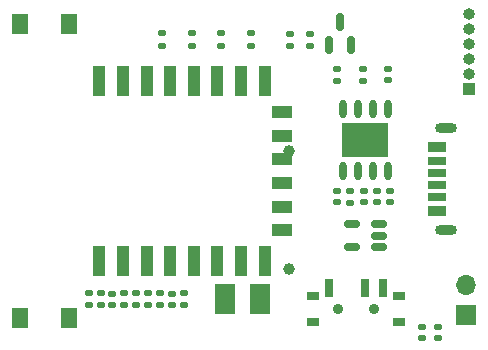
<source format=gbr>
%TF.GenerationSoftware,KiCad,Pcbnew,(6.0.2)*%
%TF.CreationDate,2022-02-22T23:34:33+08:00*%
%TF.ProjectId,screen,73637265-656e-42e6-9b69-6361645f7063,rev?*%
%TF.SameCoordinates,Original*%
%TF.FileFunction,Soldermask,Top*%
%TF.FilePolarity,Negative*%
%FSLAX46Y46*%
G04 Gerber Fmt 4.6, Leading zero omitted, Abs format (unit mm)*
G04 Created by KiCad (PCBNEW (6.0.2)) date 2022-02-22 23:34:33*
%MOMM*%
%LPD*%
G01*
G04 APERTURE LIST*
G04 Aperture macros list*
%AMRoundRect*
0 Rectangle with rounded corners*
0 $1 Rounding radius*
0 $2 $3 $4 $5 $6 $7 $8 $9 X,Y pos of 4 corners*
0 Add a 4 corners polygon primitive as box body*
4,1,4,$2,$3,$4,$5,$6,$7,$8,$9,$2,$3,0*
0 Add four circle primitives for the rounded corners*
1,1,$1+$1,$2,$3*
1,1,$1+$1,$4,$5*
1,1,$1+$1,$6,$7*
1,1,$1+$1,$8,$9*
0 Add four rect primitives between the rounded corners*
20,1,$1+$1,$2,$3,$4,$5,0*
20,1,$1+$1,$4,$5,$6,$7,0*
20,1,$1+$1,$6,$7,$8,$9,0*
20,1,$1+$1,$8,$9,$2,$3,0*%
G04 Aperture macros list end*
%ADD10R,1.000000X2.500000*%
%ADD11R,1.800000X1.000000*%
%ADD12RoundRect,0.150000X0.150000X-0.587500X0.150000X0.587500X-0.150000X0.587500X-0.150000X-0.587500X0*%
%ADD13RoundRect,0.135000X-0.185000X0.135000X-0.185000X-0.135000X0.185000X-0.135000X0.185000X0.135000X0*%
%ADD14RoundRect,0.140000X0.170000X-0.140000X0.170000X0.140000X-0.170000X0.140000X-0.170000X-0.140000X0*%
%ADD15RoundRect,0.135000X0.185000X-0.135000X0.185000X0.135000X-0.185000X0.135000X-0.185000X-0.135000X0*%
%ADD16R,4.000000X2.900000*%
%ADD17O,0.600000X1.600000*%
%ADD18R,1.000000X1.000000*%
%ADD19O,1.000000X1.000000*%
%ADD20RoundRect,0.147500X0.172500X-0.147500X0.172500X0.147500X-0.172500X0.147500X-0.172500X-0.147500X0*%
%ADD21R,1.550000X0.700000*%
%ADD22R,1.550000X0.800000*%
%ADD23R,1.550000X0.900000*%
%ADD24O,1.850000X0.850000*%
%ADD25R,1.800000X2.600000*%
%ADD26R,1.000000X0.800000*%
%ADD27C,0.900000*%
%ADD28R,0.700000X1.500000*%
%ADD29R,1.700000X1.700000*%
%ADD30O,1.700000X1.700000*%
%ADD31R,1.350000X1.800000*%
%ADD32RoundRect,0.150000X0.512500X0.150000X-0.512500X0.150000X-0.512500X-0.150000X0.512500X-0.150000X0*%
%ADD33RoundRect,0.147500X-0.172500X0.147500X-0.172500X-0.147500X0.172500X-0.147500X0.172500X0.147500X0*%
%ADD34C,1.000000*%
G04 APERTURE END LIST*
D10*
%TO.C,U2*%
X106090000Y-58320000D03*
X108090000Y-58320000D03*
X110090000Y-58320000D03*
X112090000Y-58320000D03*
X114090000Y-58320000D03*
X116090000Y-58320000D03*
X118090000Y-58320000D03*
X120090000Y-58320000D03*
D11*
X121590000Y-55720000D03*
X121590000Y-53720000D03*
X121590000Y-51720000D03*
X121590000Y-49720000D03*
X121590000Y-47720000D03*
X121590000Y-45720000D03*
D10*
X120090000Y-43120000D03*
X118090000Y-43120000D03*
X116090000Y-43120000D03*
X114090000Y-43120000D03*
X112090000Y-43120000D03*
X110090000Y-43120000D03*
X108090000Y-43120000D03*
X106090000Y-43120000D03*
%TD*%
D12*
%TO.C,Q1*%
X125500000Y-40007500D03*
X127400000Y-40007500D03*
X126450000Y-38132500D03*
%TD*%
D13*
%TO.C,R16*%
X123960000Y-40130000D03*
X123960000Y-39110000D03*
%TD*%
%TO.C,R15*%
X122220000Y-40130000D03*
X122220000Y-39110000D03*
%TD*%
D14*
%TO.C,C4*%
X129600000Y-53360000D03*
X129600000Y-52400000D03*
%TD*%
D15*
%TO.C,R12*%
X128375000Y-43070000D03*
X128375000Y-42050000D03*
%TD*%
D16*
%TO.C,U4*%
X128620000Y-48080000D03*
D17*
X126715000Y-50680000D03*
X127985000Y-50680000D03*
X129255000Y-50680000D03*
X130525000Y-50680000D03*
X130525000Y-45480000D03*
X129255000Y-45480000D03*
X127985000Y-45480000D03*
X126715000Y-45480000D03*
%TD*%
D13*
%TO.C,R8*%
X106195000Y-61070000D03*
X106195000Y-62090000D03*
%TD*%
D18*
%TO.C,J1*%
X137420000Y-43740000D03*
D19*
X137420000Y-42470000D03*
X137420000Y-41200000D03*
X137420000Y-39930000D03*
X137420000Y-38660000D03*
X137420000Y-37390000D03*
%TD*%
D20*
%TO.C,D3*%
X134770000Y-64865000D03*
X134770000Y-63895000D03*
%TD*%
D14*
%TO.C,C7*%
X130520000Y-43040000D03*
X130520000Y-42080000D03*
%TD*%
%TO.C,C3*%
X126220000Y-53360000D03*
X126220000Y-52400000D03*
%TD*%
D21*
%TO.C,J2*%
X134675000Y-51900000D03*
D22*
X134675000Y-49880000D03*
D23*
X134675000Y-48660000D03*
D21*
X134675000Y-50900000D03*
D22*
X134675000Y-52920000D03*
D23*
X134675000Y-54140000D03*
D24*
X135450000Y-47080000D03*
X135450000Y-55720000D03*
%TD*%
D20*
%TO.C,D2*%
X133395000Y-64865000D03*
X133395000Y-63895000D03*
%TD*%
D14*
%TO.C,C6*%
X130720000Y-53360000D03*
X130720000Y-52400000D03*
%TD*%
D15*
%TO.C,R7*%
X111420000Y-40090000D03*
X111420000Y-39070000D03*
%TD*%
%TO.C,R10*%
X126220000Y-43070000D03*
X126220000Y-42050000D03*
%TD*%
%TO.C,R2*%
X111250000Y-62090000D03*
X111250000Y-61070000D03*
%TD*%
%TO.C,R1*%
X113920000Y-40090000D03*
X113920000Y-39070000D03*
%TD*%
D25*
%TO.C,C1*%
X119720000Y-61580000D03*
X116720000Y-61580000D03*
%TD*%
D15*
%TO.C,R11*%
X127350000Y-53390000D03*
X127350000Y-52370000D03*
%TD*%
D26*
%TO.C,SW1*%
X131470000Y-63510000D03*
D27*
X126320000Y-62410000D03*
D26*
X131470000Y-61300000D03*
X124170000Y-63510000D03*
D27*
X129320000Y-62410000D03*
D26*
X124170000Y-61300000D03*
D28*
X125570000Y-60650000D03*
X128570000Y-60650000D03*
X130070000Y-60650000D03*
%TD*%
D13*
%TO.C,R4*%
X110235000Y-61070000D03*
X110235000Y-62090000D03*
%TD*%
D29*
%TO.C,J3*%
X137170000Y-62880000D03*
D30*
X137170000Y-60340000D03*
%TD*%
D31*
%TO.C,SW3*%
X99335000Y-38300000D03*
X103485000Y-38300000D03*
%TD*%
D15*
%TO.C,R3*%
X116420000Y-40090000D03*
X116420000Y-39070000D03*
%TD*%
D13*
%TO.C,R13*%
X109220000Y-61070000D03*
X109220000Y-62090000D03*
%TD*%
D31*
%TO.C,SW2*%
X103495000Y-63180000D03*
X99345000Y-63180000D03*
%TD*%
D15*
%TO.C,R9*%
X118920000Y-39070000D03*
X118920000Y-40090000D03*
%TD*%
D32*
%TO.C,U1*%
X129757500Y-57130000D03*
X129757500Y-56180000D03*
X129757500Y-55230000D03*
X127482500Y-55230000D03*
X127482500Y-57130000D03*
%TD*%
D14*
%TO.C,C2*%
X128480000Y-53360000D03*
X128480000Y-52400000D03*
%TD*%
D13*
%TO.C,R5*%
X113280000Y-61070000D03*
X113280000Y-62090000D03*
%TD*%
D33*
%TO.C,D1*%
X112265000Y-61095000D03*
X112265000Y-62065000D03*
%TD*%
D14*
%TO.C,C5*%
X107200000Y-62080000D03*
X107200000Y-61120000D03*
%TD*%
D15*
%TO.C,R14*%
X108205000Y-62090000D03*
X108205000Y-61070000D03*
%TD*%
D13*
%TO.C,R6*%
X105180000Y-61070000D03*
X105180000Y-62090000D03*
%TD*%
D34*
%TO.C,U3*%
X122110000Y-59000000D03*
X122110000Y-49000000D03*
%TD*%
M02*

</source>
